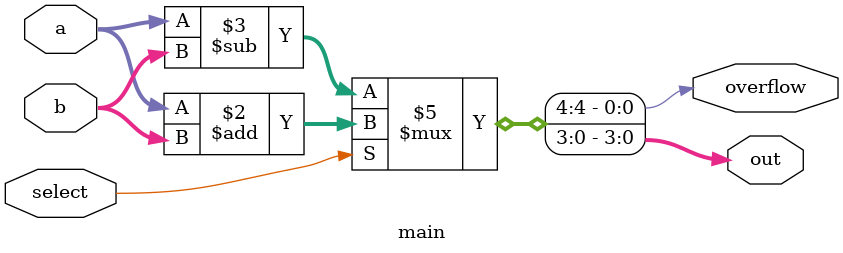
<source format=v>
module main(a, b, select, out, overflow);
input[3:0] a, b;
input select;

output reg [3:0] out;
output reg overflow;

always@(*)
begin
	if(select)
	begin
		{overflow, out} = a+b;
	end
	else
	begin
		{overflow, out} = a-b;
	end
end
endmodule
</source>
